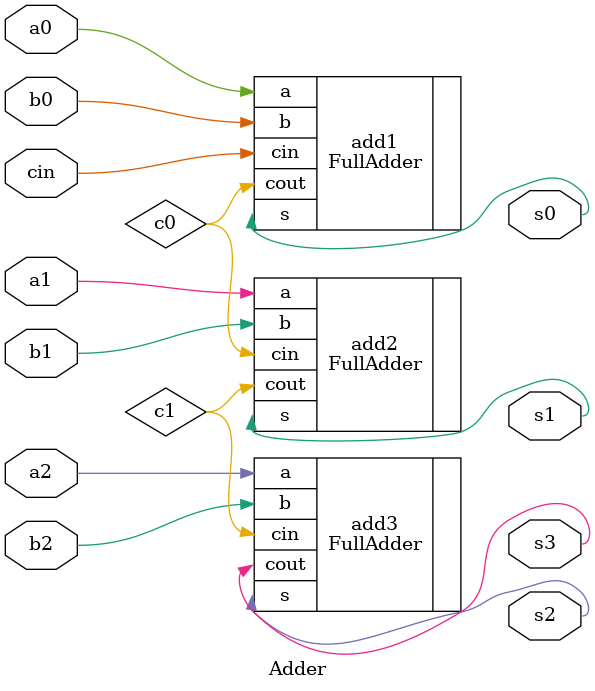
<source format=v>
`timescale 1ns / 1ps

module Adder(
    input a0,
    input b0,
    input a1,
    input b1,
    input a2,
    input b2,
    input cin,
    output s0,
    output s1,
    output s2,
    output s3
    );
    wire c0, c1;
    
    FullAdder add1 (.a(a0), .b(b0), .cin(cin), .s(s0), .cout(c0));
    FullAdder add2 (.a(a1), .b(b1), .cin(c0), .s(s1), .cout(c1));
    FullAdder add3 (.a(a2), .b(b2), .cin(c1), .s(s2), .cout(s3));
    
endmodule

</source>
